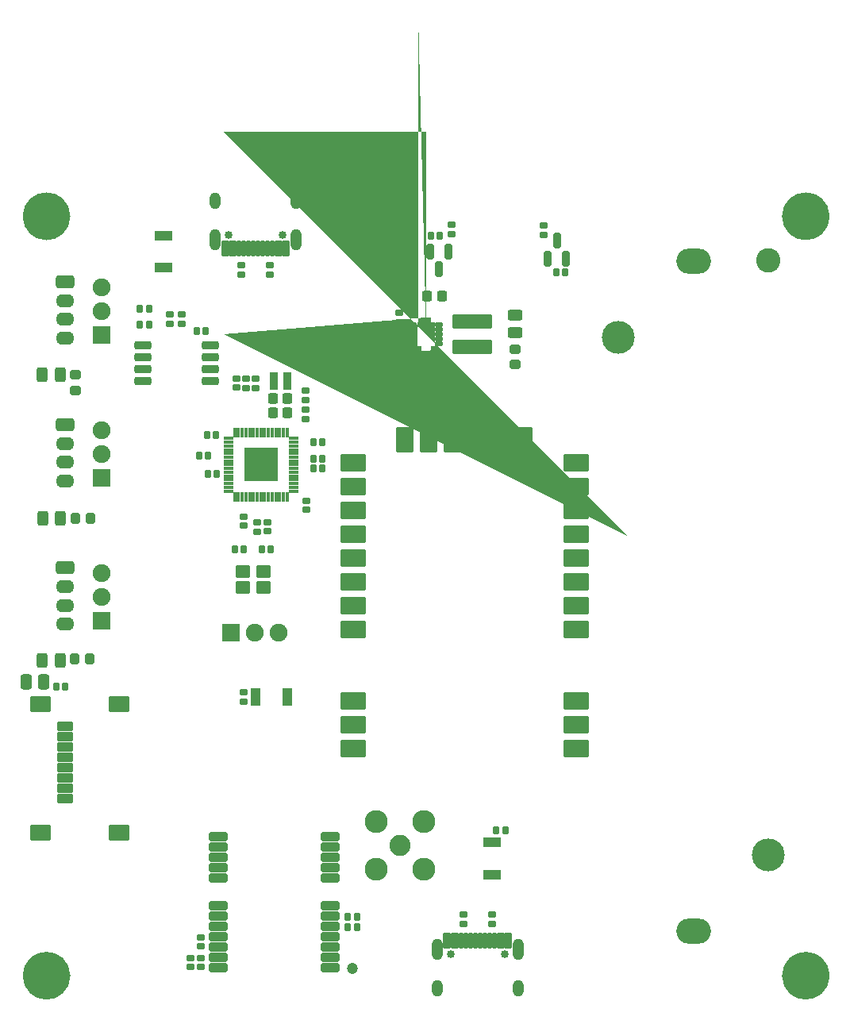
<source format=gts>
%TF.GenerationSoftware,KiCad,Pcbnew,9.0.2*%
%TF.CreationDate,2025-12-08T13:50:51-08:00*%
%TF.ProjectId,BLV_PCB,424c565f-5043-4422-9e6b-696361645f70,rev?*%
%TF.SameCoordinates,Original*%
%TF.FileFunction,Soldermask,Top*%
%TF.FilePolarity,Negative*%
%FSLAX46Y46*%
G04 Gerber Fmt 4.6, Leading zero omitted, Abs format (unit mm)*
G04 Created by KiCad (PCBNEW 9.0.2) date 2025-12-08 13:50:51*
%MOMM*%
%LPD*%
G01*
G04 APERTURE LIST*
G04 Aperture macros list*
%AMRoundRect*
0 Rectangle with rounded corners*
0 $1 Rounding radius*
0 $2 $3 $4 $5 $6 $7 $8 $9 X,Y pos of 4 corners*
0 Add a 4 corners polygon primitive as box body*
4,1,4,$2,$3,$4,$5,$6,$7,$8,$9,$2,$3,0*
0 Add four circle primitives for the rounded corners*
1,1,$1+$1,$2,$3*
1,1,$1+$1,$4,$5*
1,1,$1+$1,$6,$7*
1,1,$1+$1,$8,$9*
0 Add four rect primitives between the rounded corners*
20,1,$1+$1,$2,$3,$4,$5,0*
20,1,$1+$1,$4,$5,$6,$7,0*
20,1,$1+$1,$6,$7,$8,$9,0*
20,1,$1+$1,$8,$9,$2,$3,0*%
%AMFreePoly0*
4,1,57,-0.066221,1.780902,-0.029894,1.730902,-0.025000,1.700000,-0.025000,1.300000,0.025000,1.300000,0.025000,1.700000,0.044098,1.758779,0.094098,1.795106,0.125000,1.800000,0.375000,1.800000,0.433779,1.780902,0.470106,1.730902,0.475000,1.700000,0.475000,1.300000,0.825000,1.300000,0.883779,1.280902,0.920106,1.230902,0.925000,1.200000,0.925000,-1.200000,0.905902,-1.258779,
0.855902,-1.295106,0.825000,-1.300000,0.475000,-1.300000,0.475000,-1.700000,0.455902,-1.758779,0.405902,-1.795106,0.375000,-1.800000,0.125000,-1.800000,0.066221,-1.780902,0.029894,-1.730902,0.025000,-1.700000,0.025000,-1.300000,-0.025000,-1.300000,-0.025000,-1.700000,-0.044098,-1.758779,-0.094098,-1.795106,-0.125000,-1.800000,-0.375000,-1.800000,-0.433779,-1.780902,-0.470106,-1.730902,
-0.475000,-1.700000,-0.475000,-1.300000,-0.825000,-1.300000,-0.883779,-1.280902,-0.920106,-1.230902,-0.925000,-1.200000,-0.925000,1.200000,-0.905902,1.258779,-0.855902,1.295106,-0.825000,1.300000,-0.475000,1.300000,-0.475000,1.700000,-0.455902,1.758779,-0.405902,1.795106,-0.375000,1.800000,-0.125000,1.800000,-0.066221,1.780902,-0.066221,1.780902,$1*%
G04 Aperture macros list end*
%ADD10C,2.550000*%
%ADD11RoundRect,0.100000X-2.000000X-0.650000X2.000000X-0.650000X2.000000X0.650000X-2.000000X0.650000X0*%
%ADD12RoundRect,0.250000X0.750000X0.250000X-0.750000X0.250000X-0.750000X-0.250000X0.750000X-0.250000X0*%
%ADD13RoundRect,0.250000X0.325000X-0.250000X0.325000X0.250000X-0.325000X0.250000X-0.325000X-0.250000X0*%
%ADD14C,3.400000*%
%ADD15RoundRect,0.190000X-0.190000X-0.220000X0.190000X-0.220000X0.190000X0.220000X-0.190000X0.220000X0*%
%ADD16RoundRect,0.275000X-0.275000X-0.300000X0.275000X-0.300000X0.275000X0.300000X-0.275000X0.300000X0*%
%ADD17RoundRect,0.190000X0.190000X0.220000X-0.190000X0.220000X-0.190000X-0.220000X0.190000X-0.220000X0*%
%ADD18RoundRect,0.190000X-0.220000X0.190000X-0.220000X-0.190000X0.220000X-0.190000X0.220000X0.190000X0*%
%ADD19RoundRect,0.100000X-0.850000X0.450000X-0.850000X-0.450000X0.850000X-0.450000X0.850000X0.450000X0*%
%ADD20RoundRect,0.100000X0.750000X-0.400000X0.750000X0.400000X-0.750000X0.400000X-0.750000X-0.400000X0*%
%ADD21RoundRect,0.100000X1.000000X-0.725000X1.000000X0.725000X-1.000000X0.725000X-1.000000X-0.725000X0*%
%ADD22RoundRect,0.291666X-0.683334X0.408334X-0.683334X-0.408334X0.683334X-0.408334X0.683334X0.408334X0*%
%ADD23O,1.950000X1.400000*%
%ADD24RoundRect,0.275000X0.275000X0.300000X-0.275000X0.300000X-0.275000X-0.300000X0.275000X-0.300000X0*%
%ADD25RoundRect,0.185000X0.185000X0.235000X-0.185000X0.235000X-0.185000X-0.235000X0.185000X-0.235000X0*%
%ADD26RoundRect,0.293750X-0.293750X-0.506250X0.293750X-0.506250X0.293750X0.506250X-0.293750X0.506250X0*%
%ADD27RoundRect,0.100000X-0.450000X-0.850000X0.450000X-0.850000X0.450000X0.850000X-0.450000X0.850000X0*%
%ADD28RoundRect,0.100000X1.250000X0.850000X-1.250000X0.850000X-1.250000X-0.850000X1.250000X-0.850000X0*%
%ADD29RoundRect,0.100000X-1.250000X-0.850000X1.250000X-0.850000X1.250000X0.850000X-1.250000X0.850000X0*%
%ADD30RoundRect,0.100000X0.850000X-1.250000X0.850000X1.250000X-0.850000X1.250000X-0.850000X-1.250000X0*%
%ADD31RoundRect,0.185000X-0.185000X-0.235000X0.185000X-0.235000X0.185000X0.235000X-0.185000X0.235000X0*%
%ADD32RoundRect,0.100000X0.850000X0.850000X-0.850000X0.850000X-0.850000X-0.850000X0.850000X-0.850000X0*%
%ADD33C,1.900000*%
%ADD34RoundRect,0.185000X-0.235000X0.185000X-0.235000X-0.185000X0.235000X-0.185000X0.235000X0.185000X0*%
%ADD35RoundRect,0.185000X0.235000X-0.185000X0.235000X0.185000X-0.235000X0.185000X-0.235000X-0.185000X0*%
%ADD36RoundRect,0.190000X0.220000X-0.190000X0.220000X0.190000X-0.220000X0.190000X-0.220000X-0.190000X0*%
%ADD37RoundRect,0.200000X0.200000X-0.637500X0.200000X0.637500X-0.200000X0.637500X-0.200000X-0.637500X0*%
%ADD38C,1.200000*%
%ADD39RoundRect,0.250000X0.250000X0.325000X-0.250000X0.325000X-0.250000X-0.325000X0.250000X-0.325000X0*%
%ADD40RoundRect,0.100000X-0.400000X-0.100000X0.400000X-0.100000X0.400000X0.100000X-0.400000X0.100000X0*%
%ADD41RoundRect,0.100000X-0.100000X-0.400000X0.100000X-0.400000X0.100000X0.400000X-0.100000X0.400000X0*%
%ADD42RoundRect,0.100000X-1.700000X-1.700000X1.700000X-1.700000X1.700000X1.700000X-1.700000X1.700000X0*%
%ADD43C,0.850000*%
%ADD44RoundRect,0.100000X-0.300000X-0.725000X0.300000X-0.725000X0.300000X0.725000X-0.300000X0.725000X0*%
%ADD45RoundRect,0.100000X-0.150000X-0.725000X0.150000X-0.725000X0.150000X0.725000X-0.150000X0.725000X0*%
%ADD46O,1.200000X2.300000*%
%ADD47O,1.200000X1.800000*%
%ADD48RoundRect,0.212500X-0.700000X-0.212500X0.700000X-0.212500X0.700000X0.212500X-0.700000X0.212500X0*%
%ADD49RoundRect,0.200000X-0.200000X0.637500X-0.200000X-0.637500X0.200000X-0.637500X0.200000X0.637500X0*%
%ADD50C,3.500000*%
%ADD51C,2.600000*%
%ADD52O,3.700000X2.700000*%
%ADD53RoundRect,0.100000X-0.350000X-0.850000X0.350000X-0.850000X0.350000X0.850000X-0.350000X0.850000X0*%
%ADD54RoundRect,0.291666X-0.508334X-0.408334X0.508334X-0.408334X0.508334X0.408334X-0.508334X0.408334X0*%
%ADD55RoundRect,0.100000X0.300000X0.725000X-0.300000X0.725000X-0.300000X-0.725000X0.300000X-0.725000X0*%
%ADD56RoundRect,0.100000X0.150000X0.725000X-0.150000X0.725000X-0.150000X-0.725000X0.150000X-0.725000X0*%
%ADD57RoundRect,0.110000X0.290000X0.110000X-0.290000X0.110000X-0.290000X-0.110000X0.290000X-0.110000X0*%
%ADD58FreePoly0,180.000000*%
%ADD59RoundRect,0.100000X0.850000X-0.850000X0.850000X0.850000X-0.850000X0.850000X-0.850000X-0.850000X0*%
%ADD60RoundRect,0.300000X0.300000X0.525000X-0.300000X0.525000X-0.300000X-0.525000X0.300000X-0.525000X0*%
%ADD61RoundRect,0.293750X-0.506250X0.293750X-0.506250X-0.293750X0.506250X-0.293750X0.506250X0.293750X0*%
%ADD62C,2.250000*%
%ADD63C,2.450000*%
G04 APERTURE END LIST*
D10*
X216775000Y-44500000D02*
G75*
G02*
X214225000Y-44500000I-1275000J0D01*
G01*
X214225000Y-44500000D02*
G75*
G02*
X216775000Y-44500000I1275000J0D01*
G01*
X216775000Y-125500000D02*
G75*
G02*
X214225000Y-125500000I-1275000J0D01*
G01*
X214225000Y-125500000D02*
G75*
G02*
X216775000Y-125500000I1275000J0D01*
G01*
X135775000Y-44500000D02*
G75*
G02*
X133225000Y-44500000I-1275000J0D01*
G01*
X133225000Y-44500000D02*
G75*
G02*
X135775000Y-44500000I1275000J0D01*
G01*
X135775000Y-125500000D02*
G75*
G02*
X133225000Y-125500000I-1275000J0D01*
G01*
X133225000Y-125500000D02*
G75*
G02*
X135775000Y-125500000I1275000J0D01*
G01*
D11*
%TO.C,L2*%
X179900000Y-55700000D03*
X179900000Y-58400000D03*
%TD*%
D12*
%TO.C,U6*%
X164800000Y-124650000D03*
X164800000Y-123550000D03*
X164800000Y-122450000D03*
X164800000Y-121350000D03*
X164800000Y-120250000D03*
X164800000Y-119150000D03*
X164800000Y-118050000D03*
X164800000Y-115050000D03*
X164800000Y-113950000D03*
X164800000Y-112850000D03*
X164800000Y-111750000D03*
X164800000Y-110650000D03*
X152800000Y-110650000D03*
X152800000Y-111750000D03*
X152800000Y-112850000D03*
X152800000Y-113950000D03*
X152800000Y-115050000D03*
X152800000Y-118050000D03*
X152800000Y-119150000D03*
X152800000Y-120250000D03*
X152800000Y-121350000D03*
X152800000Y-122450000D03*
X152800000Y-123550000D03*
X152800000Y-124650000D03*
%TD*%
D13*
%TO.C,R11*%
X184500000Y-60325000D03*
X184500000Y-58675000D03*
%TD*%
D14*
%TO.C,H4*%
X134500000Y-125500000D03*
%TD*%
D15*
%TO.C,C1*%
X154595000Y-80050000D03*
X155555000Y-80050000D03*
%TD*%
D16*
%TO.C,C5*%
X158625000Y-63940000D03*
X160175000Y-63940000D03*
%TD*%
D15*
%TO.C,C14*%
X162995000Y-71400000D03*
X163955000Y-71400000D03*
%TD*%
D14*
%TO.C,H3*%
X215500000Y-125500000D03*
%TD*%
D17*
%TO.C,C6*%
X151755000Y-70000000D03*
X150795000Y-70000000D03*
%TD*%
D18*
%TO.C,C12*%
X155575000Y-76520000D03*
X155575000Y-77480000D03*
%TD*%
%TO.C,C20*%
X172100000Y-56900000D03*
X172100000Y-57860000D03*
%TD*%
D14*
%TO.C,H2*%
X215500000Y-44500000D03*
%TD*%
D19*
%TO.C,SW1*%
X147000000Y-46600000D03*
X147000000Y-50000000D03*
%TD*%
D20*
%TO.C,J11*%
X136500000Y-106575000D03*
X136500000Y-105475000D03*
X136500000Y-104375000D03*
X136500000Y-103275000D03*
X136500000Y-102175000D03*
X136500000Y-101075000D03*
X136500000Y-99975000D03*
X136500000Y-98875000D03*
D21*
X133900000Y-110250000D03*
X142200000Y-110250000D03*
X133900000Y-96500000D03*
X142200000Y-96500000D03*
%TD*%
D22*
%TO.C,J3*%
X136500000Y-82000000D03*
D23*
X136500000Y-84000000D03*
X136500000Y-86000000D03*
X136500000Y-88000000D03*
%TD*%
D22*
%TO.C,J2*%
X136500000Y-66740000D03*
D23*
X136500000Y-68740000D03*
X136500000Y-70740000D03*
X136500000Y-72740000D03*
%TD*%
D24*
%TO.C,C19*%
X176675000Y-53050000D03*
X175125000Y-53050000D03*
%TD*%
D18*
%TO.C,C7*%
X158075000Y-77140000D03*
X158075000Y-78100000D03*
%TD*%
D25*
%TO.C,R23*%
X183510000Y-110000000D03*
X182490000Y-110000000D03*
%TD*%
D26*
%TO.C,D2*%
X134125000Y-76700000D03*
X136000000Y-76700000D03*
%TD*%
D27*
%TO.C,SW2*%
X156800000Y-95800000D03*
X160200000Y-95800000D03*
%TD*%
D28*
%TO.C,U5*%
X191008225Y-101264000D03*
X191008225Y-98724000D03*
X191008225Y-96184000D03*
D29*
X191008225Y-88614000D03*
X191008225Y-86074000D03*
X191008225Y-83534000D03*
X191008225Y-80994000D03*
X191008225Y-78454000D03*
X191008225Y-75914000D03*
X191008225Y-73374000D03*
X191008225Y-70834000D03*
D30*
X185458225Y-68324000D03*
X182918225Y-68324000D03*
X180378225Y-68324000D03*
X177838225Y-68324000D03*
X175298225Y-68324000D03*
X172758225Y-68324000D03*
D29*
X167208225Y-70834000D03*
X167208225Y-73374000D03*
X167208225Y-75914000D03*
X167208225Y-78454000D03*
X167208225Y-80994000D03*
X167208225Y-83534000D03*
X167208225Y-86074000D03*
X167208225Y-88614000D03*
D28*
X167208225Y-96184000D03*
X167208225Y-98724000D03*
X167208225Y-101264000D03*
%TD*%
D25*
%TO.C,R7*%
X145441668Y-54353894D03*
X144421668Y-54353894D03*
%TD*%
D31*
%TO.C,R2*%
X144431668Y-56053894D03*
X145451668Y-56053894D03*
%TD*%
D17*
%TO.C,C11*%
X152675000Y-72000000D03*
X151715000Y-72000000D03*
%TD*%
D32*
%TO.C,J6*%
X140350000Y-87660000D03*
D33*
X140350000Y-85120000D03*
X140350000Y-82580000D03*
%TD*%
D34*
%TO.C,R8*%
X155825000Y-61790000D03*
X155825000Y-62810000D03*
%TD*%
D35*
%TO.C,R17*%
X177700000Y-46410000D03*
X177700000Y-45390000D03*
%TD*%
%TO.C,R18*%
X187500000Y-46510000D03*
X187500000Y-45490000D03*
%TD*%
D36*
%TO.C,C16*%
X154775000Y-62780000D03*
X154775000Y-61820000D03*
%TD*%
D17*
%TO.C,C18*%
X189830000Y-50500000D03*
X188870000Y-50500000D03*
%TD*%
D37*
%TO.C,Q2*%
X188000000Y-49000000D03*
X189900000Y-49000000D03*
X188950000Y-47125000D03*
%TD*%
D17*
%TO.C,C3*%
X151460000Y-56700000D03*
X150500000Y-56700000D03*
%TD*%
D18*
%TO.C,C8*%
X162175000Y-65160000D03*
X162175000Y-66120000D03*
%TD*%
D35*
%TO.C,R5*%
X155500000Y-96300000D03*
X155500000Y-95280000D03*
%TD*%
D38*
%TO.C,TP1*%
X167100000Y-124700000D03*
%TD*%
D34*
%TO.C,R3*%
X148900000Y-54990000D03*
X148900000Y-56010000D03*
%TD*%
D39*
%TO.C,R13*%
X139225000Y-76700000D03*
X137575000Y-76700000D03*
%TD*%
%TO.C,R14*%
X139150000Y-91700000D03*
X137500000Y-91700000D03*
%TD*%
D40*
%TO.C,U2*%
X153925000Y-68200000D03*
X153925000Y-68600000D03*
X153925000Y-69000000D03*
X153925000Y-69400000D03*
X153925000Y-69800000D03*
X153925000Y-70200000D03*
X153925000Y-70600000D03*
X153925000Y-71000000D03*
X153925000Y-71400000D03*
X153925000Y-71800000D03*
X153925000Y-72200000D03*
X153925000Y-72600000D03*
X153925000Y-73000000D03*
X153925000Y-73400000D03*
X153925000Y-73800000D03*
D41*
X154575000Y-74450000D03*
X154975000Y-74450000D03*
X155375000Y-74450000D03*
X155775000Y-74450000D03*
X156175000Y-74450000D03*
X156575000Y-74450000D03*
X156975000Y-74450000D03*
X157375000Y-74450000D03*
X157775000Y-74450000D03*
X158175000Y-74450000D03*
X158575000Y-74450000D03*
X158975000Y-74450000D03*
X159375000Y-74450000D03*
X159775000Y-74450000D03*
X160175000Y-74450000D03*
D40*
X160825000Y-73800000D03*
X160825000Y-73400000D03*
X160825000Y-73000000D03*
X160825000Y-72600000D03*
X160825000Y-72200000D03*
X160825000Y-71800000D03*
X160825000Y-71400000D03*
X160825000Y-71000000D03*
X160825000Y-70600000D03*
X160825000Y-70200000D03*
X160825000Y-69800000D03*
X160825000Y-69400000D03*
X160825000Y-69000000D03*
X160825000Y-68600000D03*
X160825000Y-68200000D03*
D41*
X160175000Y-67550000D03*
X159775000Y-67550000D03*
X159375000Y-67550000D03*
X158975000Y-67550000D03*
X158575000Y-67550000D03*
X158175000Y-67550000D03*
X157775000Y-67550000D03*
X157375000Y-67550000D03*
X156975000Y-67550000D03*
X156575000Y-67550000D03*
X156175000Y-67550000D03*
X155775000Y-67550000D03*
X155375000Y-67550000D03*
X154975000Y-67550000D03*
X154575000Y-67550000D03*
D42*
X157375000Y-71000000D03*
%TD*%
D43*
%TO.C,J10*%
X177610000Y-123200000D03*
X183390000Y-123200000D03*
D44*
X177250000Y-121755000D03*
X178050000Y-121755000D03*
D45*
X179250000Y-121755000D03*
X180250000Y-121755000D03*
X180750000Y-121755000D03*
X181750000Y-121755000D03*
D44*
X182950000Y-121755000D03*
X183750000Y-121755000D03*
X183750000Y-121755000D03*
X182950000Y-121755000D03*
D45*
X182250000Y-121755000D03*
X181250000Y-121755000D03*
X179750000Y-121755000D03*
X178750000Y-121755000D03*
D44*
X178050000Y-121755000D03*
X177250000Y-121755000D03*
D46*
X176180000Y-122670000D03*
D47*
X176180000Y-126850000D03*
D46*
X184820000Y-122670000D03*
D47*
X184820000Y-126850000D03*
%TD*%
D24*
%TO.C,C22*%
X176675000Y-63550000D03*
X175125000Y-63550000D03*
%TD*%
D26*
%TO.C,D3*%
X134062500Y-91900000D03*
X135937500Y-91900000D03*
%TD*%
D48*
%TO.C,U1*%
X144787500Y-58295000D03*
X144787500Y-59565000D03*
X144787500Y-60835000D03*
X144787500Y-62105000D03*
X151962500Y-62105000D03*
X151962500Y-60835000D03*
X151962500Y-59565000D03*
X151962500Y-58295000D03*
%TD*%
D25*
%TO.C,R27*%
X167620000Y-119200000D03*
X166600000Y-119200000D03*
%TD*%
D18*
%TO.C,C29*%
X149900000Y-123600000D03*
X149900000Y-124560000D03*
%TD*%
D49*
%TO.C,Q1*%
X177350000Y-48262500D03*
X175450000Y-48262500D03*
X176400000Y-50137500D03*
%TD*%
D50*
%TO.C,U4*%
X211500000Y-112600000D03*
X195500000Y-57400000D03*
D51*
X211500000Y-49200000D03*
D52*
X203500000Y-120720000D03*
X203500000Y-49280000D03*
%TD*%
D53*
%TO.C,L1*%
X158765000Y-62040000D03*
X160165000Y-62040000D03*
%TD*%
D32*
%TO.C,J5*%
X140350000Y-72420000D03*
D33*
X140350000Y-69880000D03*
X140350000Y-67340000D03*
%TD*%
D15*
%TO.C,C15*%
X162995000Y-68600000D03*
X163955000Y-68600000D03*
%TD*%
D54*
%TO.C,Y1*%
X155475000Y-84065000D03*
X157675000Y-84065000D03*
X157675000Y-82365000D03*
X155475000Y-82365000D03*
%TD*%
D19*
%TO.C,SW3*%
X182000000Y-111300000D03*
X182000000Y-114700000D03*
%TD*%
D17*
%TO.C,C10*%
X152580000Y-67800000D03*
X151620000Y-67800000D03*
%TD*%
D16*
%TO.C,C4*%
X158625000Y-65440000D03*
X160175000Y-65440000D03*
%TD*%
D43*
%TO.C,J8*%
X159690000Y-46460000D03*
X153910000Y-46460000D03*
D55*
X160050000Y-47905000D03*
X159250000Y-47905000D03*
D56*
X158050000Y-47905000D03*
X157050000Y-47905000D03*
X156550000Y-47905000D03*
X155550000Y-47905000D03*
D55*
X154350000Y-47905000D03*
X153550000Y-47905000D03*
X153550000Y-47905000D03*
X154350000Y-47905000D03*
D56*
X155050000Y-47905000D03*
X156050000Y-47905000D03*
X157550000Y-47905000D03*
X158550000Y-47905000D03*
D55*
X159250000Y-47905000D03*
X160050000Y-47905000D03*
D46*
X161120000Y-46990000D03*
D47*
X161120000Y-42810000D03*
D46*
X152480000Y-46990000D03*
D47*
X152480000Y-42810000D03*
%TD*%
D24*
%TO.C,C21*%
X176675000Y-61500000D03*
X175125000Y-61500000D03*
%TD*%
D35*
%TO.C,R24*%
X182000000Y-120010000D03*
X182000000Y-118990000D03*
%TD*%
D18*
%TO.C,C30*%
X151000000Y-123600000D03*
X151000000Y-124560000D03*
%TD*%
D57*
%TO.C,U3*%
X176400000Y-58050000D03*
X176400000Y-57550000D03*
X176400000Y-57050000D03*
X176400000Y-56550000D03*
X176400000Y-56050000D03*
X173600000Y-56050000D03*
X173600000Y-56550000D03*
X173600000Y-57050000D03*
X173600000Y-57550000D03*
X173600000Y-58050000D03*
D58*
X175000000Y-57050000D03*
%TD*%
D35*
%TO.C,R4*%
X156975000Y-78130000D03*
X156975000Y-77110000D03*
%TD*%
D26*
%TO.C,D1*%
X134062500Y-61400000D03*
X135937500Y-61400000D03*
%TD*%
D34*
%TO.C,R10*%
X172100000Y-54790000D03*
X172100000Y-55810000D03*
%TD*%
%TO.C,R16*%
X158300000Y-49720000D03*
X158300000Y-50740000D03*
%TD*%
D59*
%TO.C,J7*%
X154160000Y-88900000D03*
D33*
X156700000Y-88900000D03*
X159240000Y-88900000D03*
%TD*%
D32*
%TO.C,J4*%
X140350000Y-57180000D03*
D33*
X140350000Y-54640000D03*
X140350000Y-52100000D03*
%TD*%
D17*
%TO.C,C2*%
X158435000Y-80050000D03*
X157475000Y-80050000D03*
%TD*%
D34*
%TO.C,R1*%
X147700000Y-54990000D03*
X147700000Y-56010000D03*
%TD*%
D13*
%TO.C,R12*%
X137600000Y-63050000D03*
X137600000Y-61400000D03*
%TD*%
D60*
%TO.C,C26*%
X134200000Y-94200000D03*
X132300000Y-94200000D03*
%TD*%
D34*
%TO.C,R15*%
X155300000Y-49710000D03*
X155300000Y-50730000D03*
%TD*%
D15*
%TO.C,C27*%
X135520000Y-94700000D03*
X136480000Y-94700000D03*
%TD*%
D34*
%TO.C,R9*%
X156825000Y-61790000D03*
X156825000Y-62810000D03*
%TD*%
D61*
%TO.C,D4*%
X184500000Y-55062500D03*
X184500000Y-56937500D03*
%TD*%
D34*
%TO.C,R6*%
X162175000Y-63120000D03*
X162175000Y-64140000D03*
%TD*%
D15*
%TO.C,C9*%
X162995000Y-70400000D03*
X163955000Y-70400000D03*
%TD*%
D22*
%TO.C,J1*%
X136500000Y-51500000D03*
D23*
X136500000Y-53500000D03*
X136500000Y-55500000D03*
X136500000Y-57500000D03*
%TD*%
D35*
%TO.C,R25*%
X179000000Y-120010000D03*
X179000000Y-118990000D03*
%TD*%
D25*
%TO.C,R26*%
X167610000Y-120300000D03*
X166590000Y-120300000D03*
%TD*%
D18*
%TO.C,C13*%
X162200000Y-74820000D03*
X162200000Y-75780000D03*
%TD*%
D62*
%TO.C,J12*%
X172200000Y-111600000D03*
D63*
X169660000Y-109060000D03*
X169660000Y-114140000D03*
X174740000Y-109060000D03*
X174740000Y-114140000D03*
%TD*%
D15*
%TO.C,C17*%
X175520000Y-46600000D03*
X176480000Y-46600000D03*
%TD*%
D14*
%TO.C,H1*%
X134500000Y-44500000D03*
%TD*%
D36*
%TO.C,C28*%
X151000000Y-122380000D03*
X151000000Y-121420000D03*
%TD*%
M02*

</source>
